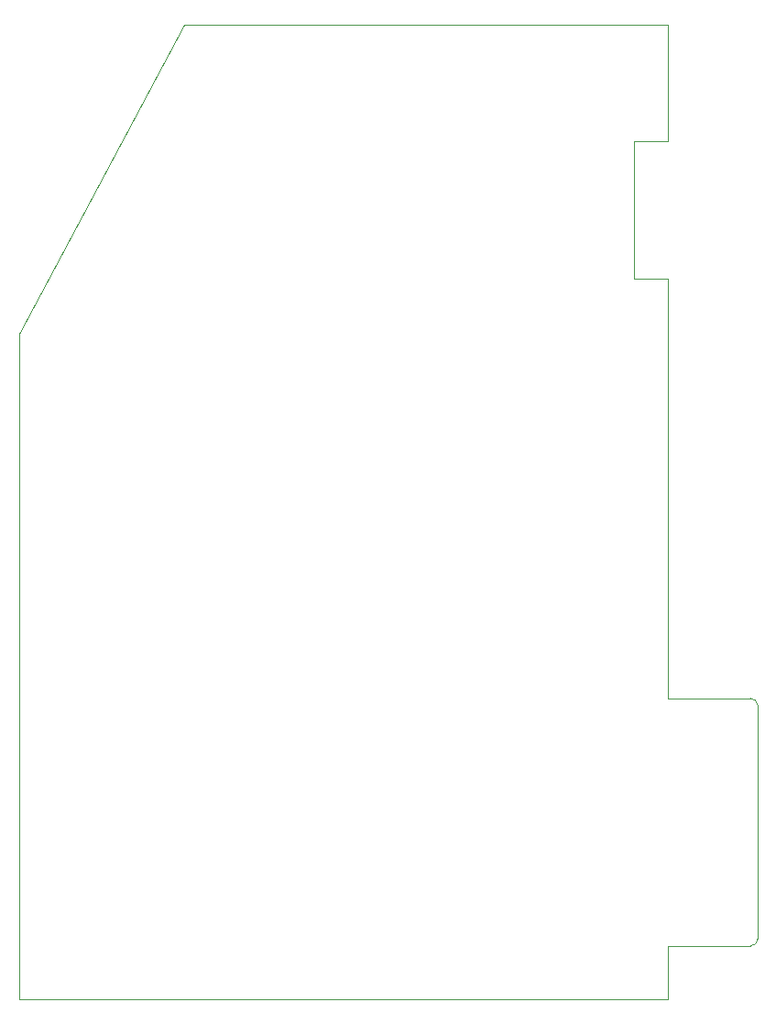
<source format=gbr>
%TF.GenerationSoftware,KiCad,Pcbnew,7.0.5*%
%TF.CreationDate,2024-09-11T17:05:46+02:00*%
%TF.ProjectId,ModuleController,4d6f6475-6c65-4436-9f6e-74726f6c6c65,rev?*%
%TF.SameCoordinates,Original*%
%TF.FileFunction,Profile,NP*%
%FSLAX46Y46*%
G04 Gerber Fmt 4.6, Leading zero omitted, Abs format (unit mm)*
G04 Created by KiCad (PCBNEW 7.0.5) date 2024-09-11 17:05:46*
%MOMM*%
%LPD*%
G01*
G04 APERTURE LIST*
%TA.AperFunction,Profile*%
%ADD10C,0.100000*%
%TD*%
%TA.AperFunction,Profile*%
%ADD11C,0.050000*%
%TD*%
G04 APERTURE END LIST*
D10*
X86360000Y-65405000D02*
X101600000Y-36830000D01*
X143190000Y-47625000D02*
X146365000Y-47625000D01*
X143190000Y-60325000D02*
X143190000Y-47625000D01*
X146360000Y-60325000D02*
X143190000Y-60325000D01*
X146360000Y-36830000D02*
X146365000Y-47625000D01*
X146360000Y-126830000D02*
X146365000Y-121920000D01*
X146365000Y-99060000D02*
X146360000Y-60325000D01*
X86360000Y-126830000D02*
X146360000Y-126830000D01*
X101600000Y-36830000D02*
X146360000Y-36830000D01*
X86360000Y-126830000D02*
X86360000Y-65405000D01*
D11*
%TO.C,J6*%
X154620000Y-99695000D02*
G75*
G03*
X153985000Y-99060000I-635000J0D01*
G01*
X153985000Y-121920000D02*
G75*
G03*
X154620000Y-121285000I1J634999D01*
G01*
X153985000Y-99060000D02*
X146365000Y-99060000D01*
X154620000Y-121285000D02*
X154620000Y-99695000D01*
X146365000Y-121920000D02*
X153985000Y-121920000D01*
%TD*%
M02*

</source>
